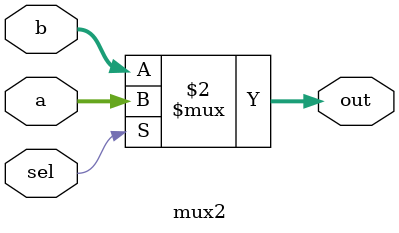
<source format=v>
module mux2 #(parameter data_width = 4) (
        input  wire             sel,
        input  wire [data_width - 1 : 0] a,
        input  wire [data_width - 1 : 0] b,
        output wire [data_width - 1 : 0] out
    );

    assign out = (sel == 1'b1) ? a : b;

endmodule
</source>
